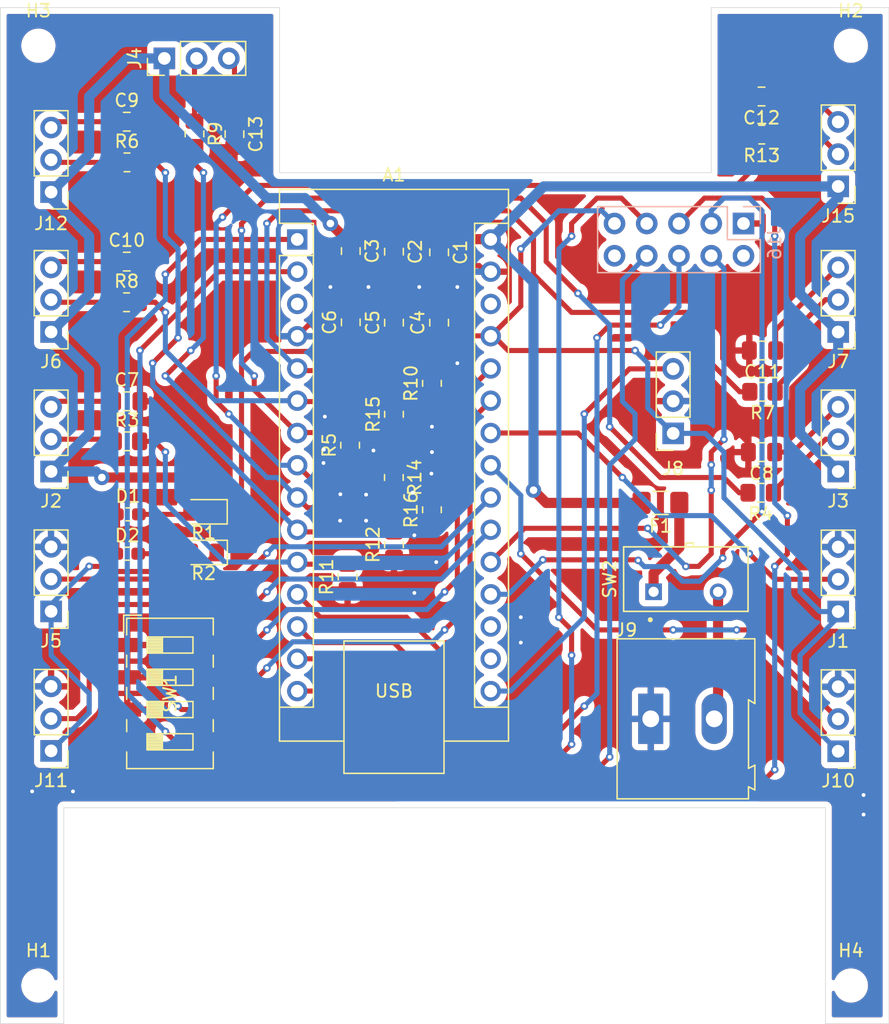
<source format=kicad_pcb>
(kicad_pcb (version 20240108) (generator "pcbnew") (generator_version "8.0")
  (layers (0 "F.Cu" signal) (31 "B.Cu" signal) (34 "B.Paste" user) (35 "F.Paste" user) (36 "B.SilkS" user "B.Silkscreen") (37 "F.SilkS" user "F.Silkscreen") (38 "B.Mask" user) (39 "F.Mask" user) (44 "Edge.Cuts" user))
  (net 0 "")
  (net 1 "DIST_CR_INT")
  (net 2 "ODIST_CR_INT")
  (net 3 "GND")
  (net 4 "ODIST_L_INT")
  (net 5 "ODIST_RM_INT")
  (net 6 "ODIST_C_INT")
  (net 7 "DIST_C_INT")
  (net 8 "DIST_LM_INT")
  (net 9 "ODIST_LM_INT")
  (net 10 "ODIST_CL_INT")
  (net 11 "DIST_RM_INT")
  (net 12 "DIST_CL_INT")
  (net 13 "ODIST_R_INT")
  (net 14 "DIST_R_INT")
  (net 15 "DIST_L_INT")
  (net 16 "Arduino5V")
  (net 17 "LB_INT")
  (net 18 "RF_INT")
  (net 19 "MDC2_1")
  (net 20 "MDC1_2")
  (net 22 "MDC1_1")
  (net 23 "PS4")
  (net 24 "PS2")
  (net 25 "RB_INT")
  (net 26 "LF_INT")
  (net 27 "MDC2_2")
  (net 28 "PS3")
  (net 31 "PS1")
  (net 32 "START_SIGNAL")
  (net 34 "ArduinoVIN")
  (net 35 "Net-(SW2-A)")
  (net 36 "Net-(D2-A)")
  (net 37 "Net-(D1-A)")
  (net 40 "Net-(J4-Pin_3)")
  (net 41 "Net-(J6-Pin_3)")
  (net 42 "Net-(J7-Pin_3)")
  (net 43 "Net-(J12-Pin_3)")
  (net 44 "Net-(J15-Pin_3)")
  (net 45 "Net-(J2-Pin_3)")
  (net 46 "Net-(J3-Pin_3)")
  (net 47 "Net-(J9-Pin_2)")
  (net 48 "MDC2PWM")
  (net 49 "MDC1PWM")
  (footprint "Resistor_SMD:R_0805_2012Metric_Pad1.20x1.40mm_HandSolder" (layer "F.Cu") (at 31.9775 32.1854)
    (property "Reference" "R6")
    (property "Value" "10k")
  )
  (footprint "Connector_PinHeader_2.54mm:PinHeader_1x03_P2.54mm_Vertical" (layer "F.Cu") (at 26 34.525 180)
    (property "Reference" "J12")
    (property "Value" "DIST_CL")
  )
  (footprint "Connector_PinHeader_2.54mm:PinHeader_1x03_P2.54mm_Vertical" (layer "F.Cu") (at 88 56.525 180)
    (property "Reference" "J3")
    (property "Value" "DIST_R")
  )
  (footprint "Capacitor_SMD:C_0603_1608Metric_Pad1.08x0.95mm_HandSolder" (layer "F.Cu") (at 32.0508 59.9012)
    (property "Reference" "D1")
    (property "Value" "GREEN")
  )
  (footprint "Resistor_SMD:R_0805_2012Metric_Pad1.20x1.40mm_HandSolder" (layer "F.Cu") (at 53.01 52.0216 90)
    (property "Reference" "R15")
    (property "Value" "6.8k")
  )
  (footprint "Connector_PinSocket_2.54mm:PinSocket_1x03_P2.54mm_Vertical" (layer "F.Cu") (at 75 53.525 180)
    (property "Reference" "J8")
    (property "Value" "START_M")
  )
  (footprint "Capacitor_SMD:C_0805_2012Metric_Pad1.18x1.45mm_HandSolder" (layer "F.Cu") (at 56.566 44.808 90)
    (property "Reference" "C4")
    (property "Value" "0.1uf")
  )
  (footprint "Resistor_SMD:R_0805_2012Metric_Pad1.20x1.40mm_HandSolder" (layer "F.Cu") (at 53 57 -90)
    (property "Reference" "R14")
    (property "Value" "6.8k")
  )
  (footprint "Connector_PinHeader_2.54mm:PinHeader_1x03_P2.54mm_Vertical" (layer "F.Cu") (at 26 56.525 180)
    (property "Reference" "J2")
    (property "Value" "DIST_L")
  )
  (footprint "Connector_PinHeader_2.54mm:PinHeader_1x03_P2.54mm_Vertical" (layer "F.Cu") (at 88 78.555 180)
    (property "Reference" "J10")
    (property "Value" "LINE_RB")
  )
  (footprint "Capacitor_SMD:C_0805_2012Metric_Pad1.18x1.45mm_HandSolder" (layer "F.Cu") (at 31.9625 28.985)
    (property "Reference" "C9")
    (property "Value" "0.1uf")
  )
  (footprint "Resistor_SMD:R_0805_2012Metric_Pad1.20x1.40mm_HandSolder" (layer "F.Cu") (at 31.9427 43.2004)
    (property "Reference" "R8")
    (property "Value" "10k")
  )
  (footprint "Connector_PinHeader_2.54mm:PinHeader_1x03_P2.54mm_Vertical" (layer "F.Cu") (at 26 45.54 180)
    (property "Reference" "J6")
    (property "Value" "DIST_LM")
  )
  (footprint "Fuse:Fuse_1206_3216Metric_Pad1.42x1.75mm_HandSolder" (layer "F.Cu") (at 74 59 180)
    (property "Reference" "F1")
    (property "Value" "15A")
  )
  (footprint "Capacitor_SMD:C_0805_2012Metric_Pad1.18x1.45mm_HandSolder" (layer "F.Cu") (at 49.6064 39.1692 -90)
    (property "Reference" "C3")
    (property "Value" "0.1uf")
  )
  (footprint "Resistor_SMD:R_0805_2012Metric_Pad1.20x1.40mm_HandSolder" (layer "F.Cu") (at 37.2954 29.9427 -90)
    (property "Reference" "R9")
    (property "Value" "10k")
  )
  (footprint "Resistor_SMD:R_0805_2012Metric_Pad1.20x1.40mm_HandSolder" (layer "F.Cu") (at 81.9768 30 180)
    (property "Reference" "R13")
    (property "Value" "10k")
  )
  (footprint "Resistor_SMD:R_0805_2012Metric_Pad1.20x1.40mm_HandSolder" (layer "F.Cu") (at 81.8984 58.2004 180)
    (property "Reference" "R4")
    (property "Value" "10k")
  )
  (footprint "Connector_PinHeader_2.54mm:PinHeader_1x03_P2.54mm_Vertical" (layer "F.Cu") (at 88 34.08 180)
    (property "Reference" "J15")
    (property "Value" "DIST_CR")
  )
  (footprint "Resistor_SMD:R_0805_2012Metric_Pad1.20x1.40mm_HandSolder" (layer "F.Cu") (at 49.5556 54.46 90)
    (property "Reference" "R5")
    (property "Value" "6.8k")
  )
  (footprint "Connector_PinHeader_2.54mm:PinHeader_1x03_P2.54mm_Vertical" (layer "F.Cu") (at 26 67.54 180)
    (property "Reference" "J5")
    (property "Value" "LINE_LF")
  )
  (footprint "MountingHole:MountingHole_2.2mm_M2_ISO7380" (layer "F.Cu") (at 25 97)
    (property "Reference" "H1")
    (property "Value" "MountingHole" (hide yes))
  )
  (footprint "Capacitor_SMD:C_0805_2012Metric_Pad1.18x1.45mm_HandSolder" (layer "F.Cu") (at 53.01 44.808 90)
    (property "Reference" "C5")
    (property "Value" "0.1uf")
  )
  (footprint "Resistor_SMD:R_0805_2012Metric_Pad1.20x1.40mm_HandSolder" (layer "F.Cu") (at 56 59.54 90)
    (property "Reference" "R16")
    (property "Value" "6.8k")
  )
  (footprint "Button_Switch_SMD:SW_DIP_SPSTx04_Slide_6.7x11.72mm_W6.73mm_P2.54mm_LowProfile_JPin" (layer "F.Cu") (at 35.365 74)
    (property "Reference" "SW1")
    (property "Value" "ProgSelect")
  )
  (footprint "Capacitor_SMD:C_0805_2012Metric_Pad1.18x1.45mm_HandSolder" (layer "F.Cu") (at 49.6064 44.7787 90)
    (property "Reference" "C6")
    (property "Value" "0.1uf")
  )
  (footprint "Capacitor_SMD:C_0805_2012Metric_Pad1.18x1.45mm_HandSolder" (layer "F.Cu") (at 81.9625 27 180)
    (property "Reference" "C12")
    (property "Value" "0.1uf")
  )
  (footprint "MountingHole:MountingHole_2.2mm_M2_ISO7380" (layer "F.Cu") (at 25 23)
    (property "Reference" "H3")
    (property "Value" "MountingHole" (hide yes))
  )
  (footprint "Resistor_SMD:R_0805_2012Metric_Pad1.20x1.40mm_HandSolder" (layer "F.Cu") (at 56 49.5832 90)
    (property "Reference" "R10")
    (property "Value" "6.8k")
  )
  (footprint "MountingHole:MountingHole_2.2mm_M2_ISO7380" (layer "F.Cu") (at 89 97)
    (property "Reference" "H4")
    (property "Value" "MountingHole" (hide yes))
  )
  (footprint "Connector_PinHeader_2.54mm:PinHeader_1x03_P2.54mm_Vertical" (layer "F.Cu") (at 26 78.525 180)
    (property "Reference" "J11")
    (property "Value" "LINE_LB")
  )
  (footprint "Resistor_SMD:R_0805_2012Metric_Pad1.20x1.40mm_HandSolder" (layer "F.Cu") (at 53.01 62.2832 90)
    (property "Reference" "R12")
    (property "Value" "6.8k")
  )
  (footprint "Resistor_SMD:R_0805_2012Metric_Pad1.20x1.40mm_HandSolder" (layer "F.Cu") (at 31.9775 54.1496)
    (property "Reference" "R3")
    (property "Value" "10k")
  )
  (footprint "Connector_PinHeader_2.54mm:PinHeader_1x03_P2.54mm_Vertical" (layer "F.Cu") (at 34.92 24 90)
    (property "Reference" "J4")
    (property "Value" "DIST_C")
  )
  (footprint "Module:Arduino_Nano" (layer "F.Cu") (at 45.39 38.2548)
    (property "Reference" "A1")
    (property "Value" "Arduino_Nano_Socket")
  )
  (footprint "Capacitor_SMD:C_0805_2012Metric_Pad1.18x1.45mm_HandSolder" (layer "F.Cu") (at 31.9625 40)
    (property "Reference" "C10")
    (property "Value" "0.1uf")
  )
  (footprint "TerminalBlock:TerminalBlock_Altech_AK300-2_P5.00mm" (layer "F.Cu") (at 73.235 76)
    (property "Reference" "J9")
    (property "Value" "Battery")
  )
  (footprint "Diode_SMD:D_0805_2012Metric_Pad1.15x1.40mm_HandSolder" (layer "F.Cu") (at 38.0222 62.9012 180)
    (property "Reference" "R2")
    (property "Value" "150")
  )
  (footprint "Capacitor_SMD:C_0805_2012Metric_Pad1.18x1.45mm_HandSolder" (layer "F.Cu") (at 56.566 39.2708 -90)
    (property "Reference" "C1")
    (property "Value" "0.1uf")
  )
  (footprint "Capacitor_SMD:C_0603_1608Metric_Pad1.08x0.95mm_HandSolder" (layer "F.Cu") (at 32 63)
    (property "Reference" "D2")
    (property "Value" "GREEN")
  )
  (footprint "Capacitor_SMD:C_0805_2012Metric_Pad1.18x1.45mm_HandSolder" (layer "F.Cu") (at 53.01 39.22 -90)
    (property "Reference" "C2")
    (property "Value" "0.1uf")
  )
  (footprint "Resistor_SMD:R_0805_2012Metric_Pad1.20x1.40mm_HandSolder" (layer "F.Cu") (at 82.0375 50.2512 180)
    (property "Reference" "R7")
    (property "Value" "10k")
  )
  (footprint "Diode_SMD:D_0805_2012Metric_Pad1.15x1.40mm_HandSolder" (layer "F.Cu") (at 38.0132 59.7008 180)
    (property "Reference" "R1")
    (property "Value" "500")
  )
  (footprint "Resistor_SMD:R_0805_2012Metric_Pad1.20x1.40mm_HandSolder" (layer "F.Cu") (at 49.3524 64.8232 90)
    (property "Reference" "R11")
    (property "Value" "6.8k")
  )
  (footprint "Connector_PinHeader_2.54mm:PinHeader_1x03_P2.54mm_Vertical" (layer "F.Cu") (at 88 45.54 180)
    (property "Reference" "J7")
    (property "Value" "DIST_RM")
  )
  (footprint "MountingHole:MountingHole_2.2mm_M2_ISO7380" (layer "F.Cu") (at 89 23)
    (property "Reference" "H2")
    (property "Value" "MountingHole" (hide yes))
  )
  (footprint "Capacitor_SMD:C_0805_2012Metric_Pad1.18x1.45mm_HandSolder" (layer "F.Cu") (at 40.445 29.9625 -90)
    (property "Reference" "C13")
    (property "Value" "0.1uf")
  )
  (footprint "Button_Switch_THT:SW_AS11CP" (layer "F.Cu") (at 76 65 90)
    (property "Reference" "SW2")
    (property "Value" "SW_SPST")
  )
  (footprint "Connector_PinHeader_2.54mm:PinHeader_1x03_P2.54mm_Vertical" (layer "F.Cu") (at 88 67.555 180)
    (property "Reference" "J1")
    (property "Value" "LINE_RF")
  )
  (footprint "Capacitor_SMD:C_0805_2012Metric_Pad1.18x1.45mm_HandSolder" (layer "F.Cu") (at 82.0375 47 180)
    (property "Reference" "C11")
    (property "Value" "0.1uf")
  )
  (footprint "Capacitor_SMD:C_0805_2012Metric_Pad1.18x1.45mm_HandSolder" (layer "F.Cu") (at 81.9625 55 180)
    (property "Reference" "C8")
    (property "Value" "0.1uf")
  )
  (footprint "Capacitor_SMD:C_0805_2012Metric_Pad1.18x1.45mm_HandSolder" (layer "F.Cu") (at 31.9625 51)
    (property "Reference" "C7")
    (property "Value" "0.1uf")
  )
  (footprint "Connector_PinSocket_2.54mm:PinSocket_2x05_P2.54mm_Vertical" (layer "B.Cu") (at 80.54 37 90)
    (property "Reference" "J16")
    (property "Value" "Conn_02x05_Odd_Even")
  )
  (gr_line (start 22 100) (end 22 20) (stroke (width 0.05)) (layer "Edge.Cuts"))
  (gr_line (start 78 33) (end 78 20) (stroke (width 0.05)) (layer "Edge.Cuts"))
  (gr_line (start 27 100) (end 27 83) (stroke (width 0.05)) (layer "Edge.Cuts"))
  (gr_line (start 92 20) (end 92 100) (stroke (width 0.05)) (layer "Edge.Cuts"))
  (gr_line (start 27 100) (end 22 100) (stroke (width 0.05)) (layer "Edge.Cuts"))
  (gr_line (start 22 20) (end 44 20) (stroke (width 0.05)) (layer "Edge.Cuts"))
  (gr_line (start 44 20) (end 44 33) (stroke (width 0.05)) (layer "Edge.Cuts"))
  (gr_line (start 87 100) (end 87 83) (stroke (width 0.05)) (layer "Edge.Cuts"))
  (gr_line (start 87 83) (end 27 83) (stroke (width 0.05)) (layer "Edge.Cuts"))
  (gr_line (start 78 20) (end 92 20) (stroke (width 0.05)) (layer "Edge.Cuts"))
  (gr_line (start 92 100) (end 87 100) (stroke (width 0.05)) (layer "Edge.Cuts"))
  (gr_line (start 44 33) (end 78 33) (stroke (width 0.05)) (layer "Edge.Cuts"))
  (segment (start 86.46 30) (end 88 31.54) (width 0.4) (layer "F.Cu") (net 1))
  (segment (start 82.9768 30) (end 86.46 30) (width 0.4) (layer "F.Cu") (net 1))
  (segment (start 39 51) (end 40 52) (width 0.4) (layer "F.Cu") (net 2))
  (segment (start 39 49) (end 39 51) (width 0.4) (layer "F.Cu") (net 2))
  (segment (start 42 34) (end 80 34) (width 0.4) (layer "F.Cu") (net 2))
  (segment (start 80.9768 31.013149) (end 80.9768 30) (width 0.4) (layer "F.Cu") (net 2))
  (segment (start 80 34) (end 81 33) (width 0.4) (layer "F.Cu") (net 2))
  (segment (start 81 33) (end 81 31.036349) (width 0.4) (layer "F.Cu") (net 2))
  (segment (start 52.3748 57.3748) (end 46.73 57.3748) (width 0.4) (layer "F.Cu") (net 2))
  (segment (start 81 31.036349) (end 80.9768 31.013149) (width 0.4) (layer "F.Cu") (net 2))
  (segment (start 39.5 36.5) (end 42 34) (width 0.4) (layer "F.Cu") (net 2))
  (segment (start 46.73 57.3748) (end 45.39 56.0348) (width 0.4) (layer "F.Cu") (net 2))
  (segment (start 53 58) (end 52.3748 57.3748) (width 0.4) (layer "F.Cu") (net 2))
  (via (at 40 52) (size 0.6) (drill 0.3) (layers "F.Cu" "B.Cu") (net 2))
  (via (at 39 49) (size 0.6) (drill 0.3) (layers "F.Cu" "B.Cu") (net 2))
  (via (at 39.5 36.5) (size 0.6) (drill 0.3) (layers "F.Cu" "B.Cu") (net 2))
  (segment (start 39.5 36.5) (end 39 37) (width 0.4) (layer "B.Cu") (net 2))
  (segment (start 39 37) (end 39 49) (width 0.4) (layer "B.Cu") (net 2))
  (segment (start 40 52) (end 44.0348 56.0348) (width 0.4) (layer "B.Cu") (net 2))
  (segment (start 44.0348 56.0348) (end 45.39 56.0348) (width 0.4) (layer "B.Cu") (net 2))
  (segment (start 40.1252 45.8748) (end 36 50) (width 0.4) (layer "F.Cu") (net 3))
  (segment (start 54.613232 61.558969) (end 56.054263 63) (width 0.4) (layer "F.Cu") (net 3))
  (segment (start 34 51) (end 33 51) (width 0.4) (layer "F.Cu") (net 3))
  (segment (start 80.925 55) (end 80.925 54.275) (width 0.4) (layer "F.Cu") (net 3))
  (segment (start 49.6572 40.2575) (end 49.6064 40.2067) (width 0.4) (layer "F.Cu") (net 3))
  (segment (start 56.338016 63.661983) (end 56.338016 63) (width 0.4) (layer "F.Cu") (net 3))
  (segment (start 56.054263 63) (end 56.338016 63) (width 0.4) (layer "F.Cu") (net 3))
  (segment (start 35 50) (end 34 51) (width 0.4) (layer "F.Cu") (net 3))
  (segment (start 54.615977 66.088704) (end 54.615977 65.384022) (width 0.4) (layer "F.Cu") (net 3))
  (segment (start 56.338016 60.878016) (end 56 60.54) (width 0.4) (layer "F.Cu") (net 3))
  (segment (start 59.7187 40.3083) (end 56.566 40.3083) (width 0.4) (layer "F.Cu") (net 3))
  (segment (start 56.338016 63) (end 56.338016 60.878016) (width 0.4) (layer "F.Cu") (net 3))
  (segment (start 46.2648 45) (end 47 45) (width 0.4) (layer "F.Cu") (net 3))
  (segment (start 53.01 43.7705) (end 56.566 43.7705) (width 0.4) (layer "F.Cu") (net 3))
  (segment (start 54.602066 61.547803) (end 54.602126 61.547863) (width 0.4) (layer "F.Cu") (net 3))
  (segment (start 60.7948 40.7948) (end 61 41) (width 0.4) (layer "F.Cu") (net 3))
  (segment (start 56.566 43.7705) (end 56.566 40.3083) (width 0.4) (layer "F.Cu") (net 3))
  (segment (start 54.615977 65.384022) (end 56.338016 63.661983) (width 0.4) (layer "F.Cu") (net 3))
  (segment (start 45.39 45.8748) (end 40.1252 45.8748) (width 0.4) (layer "F.Cu") (net 3))
  (segment (start 60.63 40.7948) (end 60.2052 40.7948) (width 0.4) (layer "F.Cu") (net 3))
  (segment (start 49.6064 40.2067) (end 49.6064 43.7412) (width 0.4) (layer "F.Cu") (net 3))
  (segment (start 53.01 40.2575) (end 49.6572 40.2575) (width 0.4) (layer "F.Cu") (net 3))
  (segment (start 53.0608 40.3083) (end 53.01 40.2575) (width 0.4) (layer "F.Cu") (net 3))
  (segment (start 49.6064 43.7412) (end 52.9807 43.7412) (width 0.4) (layer "F.Cu") (net 3))
  (segment (start 36 50) (end 35 50) (width 0.4) (layer "F.Cu") (net 3))
  (segment (start 47 45) (end 48.2588 43.7412) (width 0.4) (layer "F.Cu") (net 3))
  (segment (start 53.01 40.2575) (end 53.01 43.7705) (width 0.4) (layer "F.Cu") (net 3))
  (segment (start 54.602126 61.547863) (end 54.613232 61.547863) (width 0.4) (layer "F.Cu") (net 3))
  (segment (start 60.63 40.7948) (end 60.7948 40.7948) (width 0.4) (layer "F.Cu") (net 3))
  (segment (start 48.2588 43.7412) (end 49.6064 43.7412) (width 0.4) (layer "F.Cu") (net 3))
  (segment (start 56.566 40.3083) (end 53.0608 40.3083) (width 0.4) (layer "F.Cu") (net 3))
  (segment (start 60.2052 40.7948) (end 59.7187 40.3083) (width 0.4) (layer "F.Cu") (net 3))
  (segment (start 77.635 50.985) (end 75 50.985) (width 0.4) (layer "F.Cu") (net 3))
  (segment (start 54.613232 61.547863) (end 54.613232 61.558969) (width 0.4) (layer "F.Cu") (net 3))
  (segment (start 45.39 45.8748) (end 46.2648 45) (width 0.4) (layer "F.Cu") (net 3))
  (segment (start 80.925 54.275) (end 77.635 50.985) (width 0.4) (layer "F.Cu") (net 3))
  (segment (start 52.9807 43.7412) (end 53.01 43.7705) (width 0.4) (layer "F.Cu") (net 3))
  (via (at 54.48564 58.184428) (size 0.6) (drill 0.3) (layers "F.Cu" "B.Cu") (net 3))
  (via (at 90.002113 83.53896) (size 0.6) (drill 0.3) (layers "F.Cu" "B.Cu") (net 3))
  (via (at 51.391268 54.874169) (size 0.6) (drill 0.3) (layers "F.Cu" "B.Cu") (net 3))
  (via (at 48 42) (size 0.6) (drill 0.3) (layers "F.Cu" "B.Cu") (net 3))
  (via (at 55.960481 56.693012) (size 0.6) (drill 0.3) (layers "F.Cu" "B.Cu") (net 3))
  (via (at 27.723057 81.714582) (size 0.6) (drill 0.3) (layers "F.Cu" "B.Cu") (net 3))
  (via (at 63 68) (size 0.6) (drill 0.3) (layers "F.Cu" "B.Cu") (net 3))
  (via (at 54.615977 66.088704) (size 0.6) (drill 0.3) (layers "F.Cu" "B.Cu") (net 3))
  (via (at 51 42) (size 0.6) (drill 0.3) (layers "F.Cu" "B.Cu") (net 3))
  (via (at 58 42) (size 0.6) (drill 0.3) (layers "F.Cu" "B.Cu") (net 3))
  (via (at 58 48) (size 0.6) (drill 0.3) (layers "F.Cu" "B.Cu") (net 3))
  (via (at 47.457337 55.857652) (size 0.6) (drill 0.3) (layers "F.Cu" "B.Cu") (net 3))
  (via (at 90 82) (size 0.6) (drill 0.3) (layers "F.Cu" "B.Cu") (net 3))
  (via (at 48.766771 60.399426) (size 0.6) (drill 0.3) (layers "F.Cu" "B.Cu") (net 3))
  (via (at 50.813406 60.399426) (size 0.6) (drill 0.3) (layers "F.Cu" "B.Cu") (net 3))
  (via (at 56 55) (size 0.6) (drill 0.3) (layers "F.Cu" "B.Cu") (net 3))
  (via (at 50.815316 58.348723) (size 0.6) (drill 0.3) (layers "F.Cu" "B.Cu") (net 3))
  (via (at 56.338016 63.661983) (size 0.6) (drill 0.3) (layers "F.Cu" "B.Cu") (net 3))
  (via (at 63 70) (size 0.6) (drill 0.3) (layers "F.Cu" "B.Cu") (net 3))
  (via (at 55 42) (size 0.6) (drill 0.3) (layers "F.Cu" "B.Cu") (net 3))
  (via (at 56 53) (size 0.6) (drill 0.3) (layers "F.Cu" "B.Cu") (net 3))
  (via (at 47.562254 52.206011) (size 0.6) (drill 0.3) (layers "F.Cu" "B.Cu") (net 3))
  (via (at 47.481324 54.802207) (size 0.6) (drill 0.3) (layers "F.Cu" "B.Cu") (net 3))
  (via (at 54.613232 61.547863) (size 0.6) (drill 0.3) (layers "F.Cu" "B.Cu") (net 3))
  (via (at 24.507355 81.714582) (size 0.6) (drill 0.3) (layers "F.Cu" "B.Cu") (net 3))
  (via (at 48.786379 58.317021) (size 0.6) (drill 0.3) (layers "F.Cu" "B.Cu") (net 3))
  (segment (start 52.017161 61.547803) (end 54.602066 61.547803) (width 0.4) (layer "B.Cu") (net 3))
  (segment (start 47.457337 55.857652) (end 47.457337 56.987979) (width 0.4) (layer "B.Cu") (net 3))
  (segment (start 48.786379 58.317021) (end 52.017161 61.547803) (width 0.4) (layer "B.Cu") (net 3))
  (segment (start 47.457337 56.987979) (end 48.786379 58.317021) (width 0.4) (layer "B.Cu") (net 3))
  (segment (start 32.9775 54.1496) (end 34.1496 54.1496) (width 0.4) (layer "F.Cu") (net 4))
  (segment (start 34.1496 54.1496) (end 35 55) (width 0.4) (layer "F.Cu") (net 4))
  (segment (start 45.5584 63.8232) (end 45.39 63.6548) (width 0.4) (layer "F.Cu") (net 4))
  (segment (start 49.3524 63.8232) (end 45.5584 63.8232) (width 0.4) (layer "F.Cu") (net 4))
  (via (at 35 55) (size 0.6) (drill 0.3) (layers "F.Cu" "B.Cu") (net 4))
  (segment (start 35 55) (end 35 59) (width 0.4) (layer "B.Cu") (net 4))
  (segment (start 39.6548 63.6548) (end 45.39 63.6548) (width 0.4) (layer "B.Cu") (net 4))
  (segment (start 35 59) (end 39.6548 63.6548) (width 0.4) (layer "B.Cu") (net 4))
  (segment (start 76 44) (end 67 44) (width 0.4) (layer "F.Cu") (net 5))
  (segment (start 45.5584 48.5832) (end 45.39 48.4148) (width 0.4) (layer "F.Cu") (net 5))
  (segment (start 44 36) (end 43 37) (width 0.4) (layer "F.Cu") (net 5))
  (segment (start 78 48) (end 78 46) (width 0.4) (layer "F.Cu") (net 5))
  (segment (start 78 46) (end 76 44) (width 0.4) (layer "F.Cu") (net 5))
  (segment (start 56 48.5832) (end 45.5584 48.5832) (width 0.4) (layer "F.Cu") (net 5))
  (segment (start 64 41) (end 64 38) (width 0.4) (layer "F.Cu") (net 5))
  (segment (start 78 48) (end 80.2512 50.2512) (width 0.4) (layer "F.Cu") (net 5))
  (segment (start 64 41) (end 67 44) (width 0.4) (layer "F.Cu") (net 5))
  (segment (start 81.0375 50.2512) (end 80.2512 50.2512) (width 0.4) (layer "F.Cu") (net 5))
  (segment (start 64 38) (end 62 36) (width 0.4) (layer "F.Cu") (net 5))
  (segment (start 62 36) (end 44 36) (width 0.4) (layer "F.Cu") (net 5))
  (via (at 43 37) (size 0.6) (drill 0.3) (layers "F.Cu" "B.Cu") (net 5))
  (segment (start 43 46.0248) (end 45.39 48.4148) (width 0.4) (layer "B.Cu") (net 5))
  (segment (start 43 37) (end 43 46.0248) (width 0.4) (layer "B.Cu") (net 5))
  (segment (start 55.165201 59.374799) (end 46.189999 59.374799) (width 0.4) (layer "F.Cu") (net 6))
  (segment (start 37.2954 30.9427) (end 37.2954 32.2954) (width 0.4) (layer "F.Cu") (net 6))
  (segment (start 37.2954 32.2954) (end 38 33) (width 0.4) (layer "F.Cu") (net 6))
  (segment (start 56 58.54) (end 55.165201 59.374799) (width 0.4) (layer "F.Cu") (net 6))
  (segment (start 37 47) (end 35 49) (width 0.4) (layer "F.Cu") (net 6))
  (segment (start 46.189999 59.374799) (end 45.39 58.5748) (width 0.4) (layer "F.Cu") (net 6))
  (via (at 38 33) (size 0.6) (drill 0.3) (layers "F.Cu" "B.Cu") (net 6))
  (via (at 35 49) (size 0.6) (drill 0.3) (layers "F.Cu" "B.Cu") (net 6))
  (via (at 37 47) (size 0.6) (drill 0.3) (layers "F.Cu" "B.Cu") (net 6))
  (segment (start 35 49) (end 43 57) (width 0.4) (layer "B.Cu") (net 6))
  (segment (start 43 57) (end 43.8152 57) (width 0.4) (layer "B.Cu") (net 6))
  (segment (start 43.8152 57) (end 45.39 58.5748) (width 0.4) (layer "B.Cu") (net 6))
  (segment (start 38 46) (end 37 47) (width 0.4) (layer "B.Cu") (net 6))
  (segment (start 38 33) (end 38 46) (width 0.4) (layer "B.Cu") (net 6))
  (segment (start 37.2954 24.1646) (end 37.46 24) (width 0.4) (layer "F.Cu") (net 7))
  (segment (start 37.2954 28.9427) (end 37.2954 24.1646) (width 0.4) (layer "F.Cu") (net 7))
  (segment (start 30.9427 43.2004) (end 26.2004 43.2004) (width 0.4) (layer "F.Cu") (net 8))
  (segment (start 26.2004 43.2004) (end 26 43) (width 0.4) (layer "F.Cu") (net 8))
  (segment (start 34.2004 43.2004) (end 32.9427 43.2004) (width 0.4) (layer "F.Cu") (net 9))
  (segment (start 45.4568 51.0216) (end 45.39 50.9548) (width 0.4) (layer "F.Cu") (net 9))
  (segment (start 35 44) (end 34.2004 43.2004) (width 0.4) (layer "F.Cu") (net 9))
  (segment (start 53.01 51.0216) (end 45.4568 51.0216) (width 0.4) (layer "F.Cu") (net 9))
  (via (at 35 44) (size 0.6) (drill 0.3) (layers "F.Cu" "B.Cu") (net 9))
  (segment (start 38.9548 50.9548) (end 45.39 50.9548) (width 0.4) (layer "B.Cu") (net 9))
  (segment (start 35 47) (end 38.9548 50.9548) (width 0.4) (layer "B.Cu") (net 9))
  (segment (start 35 44) (end 35 47) (width 0.4) (layer "B.Cu") (net 9))
  (segment (start 34.1854 32.1854) (end 35 33) (width 0.4) (layer "F.Cu") (net 10))
  (segment (start 36 46) (end 34 48) (width 0.4) (layer "F.Cu") (net 10))
  (segment (start 53.01 61.2832) (end 45.5584 61.2832) (width 0.4) (layer "F.Cu") (net 10))
  (segment (start 32.9775 32.1854) (end 34.1854 32.1854) (width 0.4) (layer "F.Cu") (net 10))
  (segment (start 45.5584 61.2832) (end 45.39 61.1148) (width 0.4) (layer "F.Cu") (net 10))
  (via (at 35 33) (size 0.6) (drill 0.3) (layers "F.Cu" "B.Cu") (net 10))
  (via (at 36 46) (size 0.6) (drill 0.3) (layers "F.Cu" "B.Cu") (net 10))
  (via (at 34 48) (size 0.6) (drill 0.3) (layers "F.Cu" "B.Cu") (net 10))
  (segment (start 34 49.7248) (end 45.39 61.1148) (width 0.4) (layer "B.Cu") (net 10))
  (segment (start 35 38) (end 36 39) (width 0.4) (layer "B.Cu") (net 10))
  (segment (start 35 33) (end 35 38) (width 0.4) (layer "B.Cu") (net 10))
  (segment (start 34 48) (end 34 49.7248) (width 0.4) (layer "B.Cu") (net 10))
  (segment (start 36 39) (end 36 46) (width 0.4) (layer "B.Cu") (net 10))
  (segment (start 88 43) (end 87 43) (width 0.4) (layer "F.Cu") (net 11))
  (segment (start 83.0375 49.9625) (end 83.0375 50.2512) (width 0.4) (layer "F.Cu") (net 11))
  (segment (start 85 48) (end 83.0375 49.9625) (width 0.4) (layer "F.Cu") (net 11))
  (segment (start 87 43) (end 85 45) (width 0.4) (layer "F.Cu") (net 11))
  (segment (start 85 45) (end 85 48) (width 0.4) (layer "F.Cu") (net 11))
  (segment (start 26.2004 32.1854) (end 26 31.985) (width 0.4) (layer "F.Cu") (net 12))
  (segment (start 30.9775 32.1854) (end 26.2004 32.1854) (width 0.4) (layer "F.Cu") (net 12))
  (segment (start 41 37) (end 41 37.5548) (width 0.4) (layer "F.Cu") (net 13))
  (segment (start 80.8984 58.2004) (end 80.2004 58.2004) (width 0.4) (layer "F.Cu") (net 13))
  (segment (start 67.5 42.5) (end 65 40) (width 0.4) (layer "F.Cu") (net 13))
  (segment (start 63 35) (end 43 35) (width 0.4) (layer "F.Cu") (net 13))
  (segment (start 80.2004 58.2004) (end 79 57) (width 0.4) (layer "F.Cu") (net 13))
  (segment (start 43 35) (end 41 37) (width 0.4) (layer "F.Cu") (net 13))
  (segment (start 79 57) (end 74 57) (width 0.4) (layer "F.Cu") (net 13))
  (segment (start 42 50.1048) (end 45.39 53.4948) (width 0.4) (layer "F.Cu") (net 13))
  (segment (start 65 40) (end 65 37) (width 0.4) (layer "F.Cu") (net 13))
  (segment (start 45.4248 53.46) (end 45.39 53.4948) (width 0.4) (layer "F.Cu") (net 13))
  (segment (start 42 49) (end 42 50.1048) (width 0.4) (layer "F.Cu") (net 13))
  (segment (start 74 57) (end 70 53) (width 0.4) (layer "F.Cu") (net 13))
  (segment (start 49.5556 53.46) (end 45.4248 53.46) (width 0.4) (layer "F.Cu") (net 13))
  (segment (start 65 37) (end 63 35) (width 0.4) (layer "F.Cu") (net 13))
  (via (at 42 49) (size 0.6) (drill 0.3) (layers "F.Cu" "B.Cu") (net 13))
  (via (at 67.5 42.5) (size 0.6) (drill 0.3) (layers "F.Cu" "B.Cu") (net 13))
  (via (at 41 37.5548) (size 0.6) (drill 0.3) (layers "F.Cu" "B.Cu") (net 13))
  (via (at 70 53) (size 0.6) (drill 0.3) (layers "F.Cu" "B.Cu") (net 13))
  (segment (start 41 48) (end 42 49) (width 0.4) (layer "B.Cu") (net 13))
  (segment (start 41 37.5548) (end 41 48) (width 0.4) (layer "B.Cu") (net 13))
  (segment (start 67.5 42.5) (end 70 45) (width 0.4) (layer "B.Cu") (net 13))
  (segment (start 70 45) (end 70 53) (width 0.4) (layer "B.Cu") (net 13))
  (segment (start 82.8984 58.1016) (end 82.8984 58.2004) (width 0.4) (layer "F.Cu") (net 14))
  (segment (start 88 53.985) (end 87.015 53.985) (width 0.4) (layer "F.Cu") (net 14))
  (segment (start 87.015 53.985) (end 82.8984 58.1016) (width 0.4) (layer "F.Cu") (net 14))
  (segment (start 30.8129 53.985) (end 30.9775 54.1496) (width 0.4) (layer "F.Cu") (net 15))
  (segment (start 26 53.985) (end 30.8129 53.985) (width 0.4) (layer "F.Cu") (net 15))
  (segment (start 60.63 45.8748) (end 60.8748 45.8748) (width 0.4) (layer "F.Cu") (net 16))
  (segment (start 49.6064 45.8162) (end 52.9807 45.8162) (width 0.4) (layer "F.Cu") (net 16))
  (segment (start 60.63 45.8748) (end 63 43.5048) (width 0.4) (layer "F.Cu") (net 16))
  (segment (start 63 43.5048) (end 63 39) (width 0.4) (layer "F.Cu") (net 16))
  (segment (start 56.566 45.8455) (end 60.6007 45.8455) (width 0.4) (layer "F.Cu") (net 16))
  (segment (start 30.4 64.4) (end 37.5484 64.4) (width 0.4) (layer "F.Cu") (net 16))
  (segment (start 52.9807 45.8162) (end 53.01 45.8455) (width 0.4) (layer "F.Cu") (net 16))
  (segment (start 29 64) (end 30 64) (width 0.4) (layer "F.Cu") (net 16))
  (segment (start 41 60.9484) (end 41 48) (width 0.4) (layer "F.Cu") (net 16))
  (segment (start 62 47) (end 72 47) (width 0.4) (layer "F.Cu") (net 16))
  (segment (start 41.9252 47.0748) (end 48.3478 47.0748) (width 0.4) (layer "F.Cu") (net 16))
  (segment (start 60.6007 45.8455) (end 60.63 45.8748) (width 0.4) (layer "F.Cu") (net 16))
  (segment (start 48.3478 47.0748) (end 49.6064 45.8162) (width 0.4) (layer "F.Cu") (net 16))
  (segment (start 41 48) (end 41.9252 47.0748) (width 0.4) (layer "F.Cu") (net 16))
  (segment (start 39.0472 62.9012) (end 41 60.9484) (width 0.4) (layer "F.Cu") (net 16))
  (segment (start 60.8748 45.8748) (end 62 47) (width 0.4) (layer "F.Cu") (net 16))
  (segment (start 30 64) (end 30.4 64.4) (width 0.4) (layer "F.Cu") (net 16))
  (segment (start 56.566 45.8455) (end 53.01 45.8455) (width 0.4) (layer "F.Cu") (net 16))
  (segment (start 37.5484 64.4) (end 39.0472 62.9012) (width 0.4) (layer "F.Cu") (net 16))
  (via (at 29 64) (size 0.6) (drill 0.3) (layers "F.Cu" "B.Cu") (net 16))
  (via (at 63 39) (size 0.6) (drill 0.3) (layers "F.Cu" "B.Cu") (net 16))
  (via (at 72 47) (size 0.6) (drill 0.3) (layers "F.Cu" "B.Cu") (net 16))
  (segment (start 79 58.600463) (end 85 64.600463) (width 0.4) (layer "B.Cu") (net 16))
  (segment (start 29 74) (end 26 71) (width 0.4) (layer "B.Cu") (net 16))
  (segment (start 88 67.555) (end 88 68) (width 0.4) (layer "B.Cu") (net 16))
  (segment (start 73 51.525) (end 75 53.525) (width 0.4) (layer "B.Cu") (net 16))
  (segment (start 85 64.600463) (end 85 66) (width 0.4) (layer "B.Cu") (net 16))
  (segment (start 79 55) (end 79 58.600463) (width 0.4) (layer "B.Cu") (net 16))
  (segment (start 72 47) (end 73 48) (width 0.4) (layer "B.Cu") (net 16))
  (segment (start 77.525 53.525) (end 79 55) (width 0.4) (layer "B.Cu") (net 16))
  (segment (start 26 67) (end 29 64) (width 0.4) (layer "B.Cu") (net 16))
  (segment (start 69.38 36) (end 70.38 37) (width 0.4) (layer "B.Cu") (net 16))
  (segment (start 86.555 67.555) (end 88 67.555) (width 0.4) (layer "B.Cu") (net 16))
  (segment (start 63 39) (end 66 36) (width 0.4) (layer "B.Cu") (net 16))
  (segment (start 85 75.555) (end 88 78.555) (width 0.4) (layer "B.Cu") (net 16))
  (segment (start 85 66) (end 86.555 67.555) (width 0.4) (layer "B.Cu") (net 16))
  (segment (start 85 71) (end 85 75.555) (width 0.4) (layer "B.Cu") (net 16))
  (segment (start 66 36) (end 69.38 36) (width 0.4) (layer "B.Cu") (net 16))
  (segment (start 26 71) (end 26 67.54) (width 0.4) (layer "B.Cu") (net 16))
  (segment (start 29 75.525) (end 29 74) (width 0.4) (layer "B.Cu") (net 16))
  (segment (start 26 67.54) (end 26 67) (width 0.4) (layer "B.Cu") (net 16))
  (segment (start 75 53.525) (end 77.525 53.525) (width 0.4) (layer "B.Cu") (net 16))
  (segment (start 88 68) (end 85 71) (width 0.4) (layer "B.Cu") (net 16))
  (segment (start 26 78.525) (end 29 75.525) (width 0.4) (layer "B.Cu") (net 16))
  (segment (start 73 48) (end 73 51.525) (width 0.4) (layer "B.Cu") (net 16))
  (segment (start 26 75.985) (end 27.985 75.985) (width 0.4) (layer "F.Cu") (net 17))
  (segment (start 29 69) (end 31 67) (width 0.4) (layer "F.Cu") (net 17))
  (segment (start 42 67) (end 43 66) (width 0.4) (layer "F.Cu") (net 17))
  (segment (start 28 76) (end 29 75) (width 0.4) (layer "F.Cu") (net 17))
  (segment (start 27.985 75.985) (end 28 76) (width 0.4) (layer "F.Cu") (net 17))
  (segment (start 31 67) (end 42 67) (width 0.4) (layer "F.Cu") (net 17))
  (segment (start 29 75) (end 29 69) (width 0.4) (layer "F.Cu") (net 17))
  (via (at 43 66) (size 0.6) (drill 0.3) (layers "F.Cu" "B.Cu") (net 17))
  (segment (start 44.0052 64.9948) (end 56.75 64.9948) (width 0.4) (layer "B.Cu") (net 17))
  (segment (start 43 66) (end 44.0052 64.9948) (width 0.4) (layer "B.Cu") (net 17))
  (segment (start 56.75 64.9948) (end 60.63 61.1148) (width 0.4) (layer "B.Cu") (net 17))
  (segment (start 83.015 65.015) (end 88 65.015) (width 0.4) (layer "F.Cu") (net 18))
  (segment (start 67.4948 53.4948) (end 60.63 53.4948) (width 0.4) (layer "F.Cu") (net 18))
  (segment (start 81 63) (end 83.015 65.015) (width 0.4) (layer "F.Cu") (net 18))
  (segment (start 71 57) (end 67.4948 53.4948) (width 0.4) (layer "F.Cu") (net 18))
  (via (at 81 63) (size 0.6) (drill 0.3) (layers "F.Cu" "B.Cu") (net 18))
  (via (at 71 57) (size 0.6) (drill 0.3) (layers "F.Cu" "B.Cu") (net 18))
  (segment (start 81 63) (end 78 60) (width 0.4) (layer "B.Cu") (net 18))
  (segment (start 78 60) (end 74 60) (width 0.4) (layer "B.Cu") (net 18))
  (segment (start 74 60) (end 71 57) (width 0.4) (layer "B.Cu") (net 18))
  (segment (start 70 45) (end 74 45) (width 0.4) (layer "F.Cu") (net 19))
  (segment (start 58 76) (end 59 77) (width 0.4) (layer "F.Cu") (net 19))
  (segment (start 59 77) (end 66 77) (width 0.4) (layer "F.Cu") (net 19))
  (segment (start 58 72) (end 58 76) (width 0.4) (layer "F.Cu") (net 19))
  (segment (start 66 77) (end 68 75) (width 0.4) (layer "F.Cu") (net 19))
  (segment (start 69 46) (end 70 45) (width 0.4) (layer "F.Cu") (net 19))
  (segment (start 47.1952 68) (end 54 68) (width 0.4) (layer "F.Cu") (net 19))
  (segment (start 45.39 66.1948) (end 47.1952 68) (width 0.4) (layer "F.Cu") (net 19))
  (segment (start 54 68) (end 58 72) (width 0.4) (layer "F.Cu") (net 19))
  (via (at 68 75) (size 0.6) (drill 0.3) (layers "F.Cu" "B.Cu") (net 19))
  (via (at 69 46) (size 0.6) (drill 0.3) (layers "F.Cu" "B.Cu") (net 19))
  (via (at 74 45) (size 0.6) (drill 0.3) (layers "F.Cu" "B.Cu") (net 19))
  (segment (start 69 74) (end 69 46) (width 0.4) (layer "B.Cu") (net 19))
  (segment (start 74 45) (end 75.46 43.54) (width 0.4) (layer "B.Cu") (net 19))
  (segment (start 68 75) (end 69 74) (width 0.4) (layer "B.Cu") (net 19))
  (segment (start 75.46 43.54) (end 75.46 39.54) (width 0.4) (layer "B.Cu") (net 19))
  (segment (start 64.733545 63.483125) (end 72.202028 63.483125) (width 0.4) (layer "F.Cu") (net 20))
  (segment (start 78.904183 63.348917) (end 78.904183 62.781114) (width 0.4) (layer "F.Cu") (net 20))
  (segment (start 72.202028 63.483125) (end 72.244155 63.525252) (width 0.4) (layer "F.Cu") (net 20))
  (segment (start 78.904183 62.781114) (end 82 59.685297) (width 0.4) (layer "F.Cu") (net 20))
  (via (at 64.733545 63.483125) (size 0.6) (drill 0.3) (layers "F.Cu" "B.Cu") (net 20))
  (via (at 78.904183 63.348917) (size 0.6) (drill 0.3) (layers "F.Cu" "B.Cu") (net 20))
  (via (at 72.244155 63.525252) (size 0.6) (drill 0.3) (layers "F.Cu" "B.Cu") (net 20))
  (via (at 82 59.685297) (size 0.6) (drill 0.3) (layers "F.Cu" "B.Cu") (net 20))
  (segment (start 77.086578 65.166522) (end 78.904183 63.348917) (width 0.4) (layer "B.Cu") (net 20))
  (segment (start 75.730158 65.166522) (end 77.086578 65.166522) (width 0.4) (layer "B.Cu") (net 20))
  (segment (start 72.244155 63.525252) (end 72.732467 64.013564) (width 0.4) (layer "B.Cu") (net 20))
  (segment (start 74.5772 64.013564) (end 75.730158 65.166522) (width 0.4) (layer "B.Cu") (net 20))
  (segment (start 60.63 66.1948) (end 62.02187 66.1948) (width 0.4) (layer "B.Cu") (net 20))
  (segment (start 81 35) (end 82 36) (width 0.4) (layer "B.Cu") (net 20))
  (segment (start 72.732467 64.013564) (end 74.5772 64.013564) (width 0.4) (layer "B.Cu") (net 20))
  (segment (start 79 35) (end 81 35) (width 0.4) (layer "B.Cu") (net 20))
  (segment (start 82 36) (end 82 59.685297) (width 0.4) (layer "B.Cu") (net 20))
  (segment (start 62.02187 66.1948) (end 64.733545 63.483125) (width 0.4) (layer "B.Cu") (net 20))
  (segment (start 78 36) (end 79 35) (width 0.4) (layer "B.Cu") (net 20))
  (segment (start 78 37) (end 78 36) (width 0.4) (layer "B.Cu") (net 20))
  (segment (start 51 79) (end 54 82) (width 0.4) (layer "F.Cu") (net 22))
  (segment (start 83 36) (end 83 38) (width 0.4) (layer "F.Cu") (net 22))
  (segment (start 77.46 35) (end 75.46 37) (width 0.4) (layer "F.Cu") (net 22))
  (segment (start 82 35) (end 83 36) (width 0.4) (layer "F.Cu") (net 22))
  (segment (start 49.8148 73.8148) (end 51 75) (width 0.4) (layer "F.Cu") (net 22))
  (segment (start 54 82) (end 81 82) (width 0.4) (layer "F.Cu") (net 22))
  (segment (start 83 64) (end 84 63) (width 0.4) (layer "F.Cu") (net 22))
  (segment (start 81 82) (end 83 80) (width 0.4) (layer "F.Cu") (net 22))
  (segment (start 82 35) (end 77.46 35) (width 0.4) (layer "F.Cu") (net 22))
  (segment (start 84 63) (end 84 60) (width 0.4) (layer "F.Cu") (net 22))
  (segment (start 51 75) (end 51 79) (width 0.4) (layer "F.Cu") (net 22))
  (segment (start 45.39 73.8148) (end 49.8148 73.8148) (width 0.4) (layer "F.Cu") (net 22))
  (via (at 84 60) (size 0.6) (drill 0.3) (layers "F.Cu" "B.Cu") (net 22))
  (via (at 83 38) (size 0.6) (drill 0.3) (layers "F.Cu" "B.Cu") (net 22))
  (via (at 83 64) (size 0.6) (drill 0.3) (layers "F.Cu" "B.Cu") (net 22))
  (via (at 83 80) (size 0.6) (drill 0.3) (layers "F.Cu" "B.Cu") (net 22))
  (segment (start 83 38) (end 83 59) (width 0.4) (layer "B.Cu") (net 22))
  (segment (start 83 80) (end 83 64) (width 0.4) (layer "B.Cu") (net 22))
  (segment (start 83 59) (end 84 60) (width 0.4) (layer "B.Cu") (net 22))
  (segment (start 38.73 77.81) (end 35.81 77.81) (width 0.4) (layer "F.Cu") (net 23))
  (segment (start 35.81 77.81) (end 35 77) (width 0.4) (layer "F.Cu") (net 23))
  (segment (start 35 41) (end 37.7452 38.2548) (width 0.4) (layer "F.Cu") (net 23))
  (segment (start 37.7452 38.2548) (end 45.39 38.2548) (width 0.4) (layer "F.Cu") (net 23))
  (via (at 35 77) (size 0.6) (drill 0.3) (layers "F.Cu" "B.Cu") (net 23))
  (via (at 35 41) (size 0.6) (drill 0.3) (layers "F.Cu" "B.Cu") (net 23))
  (segment (start 35 77) (end 32 74) (width 0.4) (layer "B.Cu") (net 23))
  (segment (start 32 74) (end 32 46) (width 0.4) (layer "B.Cu") (net 23))
  (segment (start 35 43) (end 35 41) (width 0.4) (layer "B.Cu") (net 23))
  (segment (start 32 46) (end 35 43) (width 0.4) (layer "B.Cu") (net 23))
  (segment (start 38.73 72.73) (end 42.27 72.73) (width 0.4) (layer "F.Cu") (net 24))
  (segment (start 42.27 72.73) (end 43 72) (width 0.4) (layer "F.Cu") (net 24))
  (segment (start 59 52.5848) (end 60.63 50.9548) (width 0.4) (layer "F.Cu") (net 24))
  (segment (start 57 69) (end 59 67) (width 0.4) (layer "F.Cu") (net 24))
  (segment (start 59 67) (end 59 52.5848) (width 0.4) (layer "F.Cu") (net 24))
  (via (at 57 69) (size 0.6) (drill 0.3) (layers "F.Cu" "B.Cu") (net 24))
  (via (at 43 72) (size 0.6) (drill 0.3) (layers "F.Cu" "B.Cu") (net 24))
  (segment (start 43 71.967743) (end 43 72) (width 0.4) (layer "B.Cu") (net 24))
  (segment (start 56.0652 69.9348) (end 45.032943 69.9348) (width 0.4) (layer "B.Cu") (net 24))
  (segment (start 57 69) (end 56.0652 69.9348) (width 0.4) (layer "B.Cu") (net 24))
  (segment (start 45.032943 69.9348) (end 43 71.967743) (width 0.4) (layer "B.Cu") (net 24))
  (segment (start 75 69) (end 69 69) (width 0.4) (layer "F.Cu") (net 25))
  (segment (start 88 76.015) (end 80.985 69) (width 0.4) (layer "F.Cu") (net 25))
  (segment (start 69 69) (end 63 63) (width 0.4) (layer "F.Cu") (net 25))
  (segment (start 80.985 69) (end 80 69) (width 0.4) (layer "F.Cu") (net 25))
  (via (at 63 63) (size 0.6) (drill 0.3) (layers "F.Cu" "B.Cu") (net 25))
  (via (at 75 69) (size 0.6) (drill 0.3) (layers "F.Cu" "B.Cu") (net 25))
  (via (at 80 69) (size 0.6) (drill 0.3) (layers "F.Cu" "B.Cu") (net 25))
  (segment (start 63 63) (end 63 58.4048) (width 0.4) (layer "B.Cu") (net 25))
  (segment (start 80 69) (end 75 69) (width 0.4) (layer "B.Cu") (net 25))
  (segment (start 63 58.4048) (end 60.63 56.0348) (width 0.4) (layer "B.Cu") (net 25))
  (segment (start 26 65) (end 40.9548 65) (width 0.4) (layer "F.Cu") (net 26))
  (segment (start 40.9548 65) (end 43 62.9548) (width 0.4) (layer "F.Cu") (net 26))
  (via (at 43 62.9548) (size 0.6) (drill 0.3) (layers "F.Cu" "B.Cu") (net 26))
  (segment (start 56.75 62.4548) (end 60.63 58.5748) (width 0.4) (layer "B.Cu") (net 26))
  (segment (start 43.5 62.4548) (end 56.75 62.4548) (width 0.4) (layer "B.Cu") (net 26))
  (segment (start 43 62.9548) (end 43.5 62.4548) (width 0.4) (layer "B.Cu") (net 26))
  (segment (start 76 64) (end 77 64) (width 0.4) (layer "F.Cu") (net 27))
  (segment (start 78 55) (end 79 54) (width 0.4) (layer "F.Cu") (net 27))
  (segment (start 77 64) (end 78 63) (width 0.4) (layer "F.Cu") (net 27))
  (segment (start 78 63) (end 78 58) (width 0.4) (layer "F.Cu") (net 27))
  (segment (start 60.63 63.6548) (end 63.2848 61) (width 0.4) (layer "F.Cu") (net 27))
  (segment (start 63.2848 61) (end 73 61) (width 0.4) (layer "F.Cu") (net 27))
  (segment (start 78 56) (end 78 55) (width 0.4) (layer "F.Cu") (net 27))
  (via (at 79 54) (size 0.6) (drill 0.3) (layers "F.Cu" "B.Cu") (net 27))
  (via (at 73 61) (size 0.6) (drill 0.3) (layers "F.Cu" "B.Cu") (net 27))
  (via (at 78 58) (size 0.6) (drill 0.3) (layers "F.Cu" "B.Cu") (net 27))
  (via (at 78 56) (size 0.6) (drill 0.3) (layers "F.Cu" "B.Cu") (net 27))
  (via (at 76 64) (size 0.6) (drill 0.3) (layers "F.Cu" "B.Cu") (net 27))
  (segment (start 78 58) (end 78 56) (width 0.4) (layer "B.Cu") (net 27))
  (segment (start 79 54) (end 79 40.54) (width 0.4) (layer "B.Cu") (net 27))
  (segment (start 79 40.54) (end 78 39.54) (width 0.4) (layer "B.Cu") (net 27))
  (segment (start 73 61) (end 76 64) (width 0.4) (layer "B.Cu") (net 27))
  (segment (start 33 47) (end 39.2052 40.7948) (width 0.4) (layer "F.Cu") (net 28))
  (segment (start 39.2052 40.7948) (end 45.39 40.7948) (width 0.4) (layer "F.Cu") (net 28))
  (segment (start 36.27 75.27) (end 36 75) (width 0.4) (layer "F.Cu") (net 28))
  (segment (start 38.73 75.27) (end 36.27 75.27) (width 0.4) (layer "F.Cu") (net 28))
  (via (at 36 75) (size 0.6) (drill 0.3) (layers "F.Cu" "B.Cu") (net 28))
  (via (at 33 47) (size 0.6) (drill 0.3) (layers "F.Cu" "B.Cu") (net 28))
  (segment (start 33 72) (end 33 47) (width 0.4) (layer "B.Cu") (net 28))
  (segment (start 36 75) (end 33 72) (width 0.4) (layer "B.Cu") (net 28))
  (segment (start 58 65) (end 58 51.0448) (width 0.4) (layer "F.Cu") (net 31))
  (segment (start 38.73 70.19) (end 41.81 70.19) (width 0.4) (layer "F.Cu") (net 31))
  (segment (start 41.81 70.19) (end 43 69) (width 0.4) (layer "F.Cu") (net 31))
  (segment (start 57 66) (end 58 65) (width 0.4) (layer "F.Cu") (net 31))
  (segment (start 58 51.0448) (end 60.63 48.4148) (width 0.4) (layer "F.Cu") (net 31))
  (via (at 57 66) (size 0.6) (drill 0.3) (layers "F.Cu" "B.Cu") (net 31))
  (via (at 43 69) (size 0.6) (drill 0.3) (layers "F.Cu" "B.Cu") (net 31))
  (segment (start 43 69) (end 44.6052 67.3948) (width 0.4) (layer "B.Cu") (net 31))
  (segment (start 44.6052 67.3948) (end 55.6052 67.3948) (width 0.4) (layer "B.Cu") (net 31))
  (segment (start 55.6052 67.3948) (end 57 66) (width 0.4) (layer "B.Cu") (net 31))
  (segment (start 75 48.445) (end 71.555 48.445) (width 0.4) (layer "F.Cu") (net 32))
  (segment (start 71.555 48.445) (end 68 52) (width 0.4) (layer "F.Cu") (net 32))
  (via (at 68 52) (size 0.6) (drill 0.3) (layers "F.Cu" "B.Cu") (net 32))
  (segment (start 62.1852 73.8148) (end 60.63 73.8148) (width 0.4) (layer "B.Cu") (net 32))
  (segment (start 68 52) (end 68 68) (width 0.4) (layer "B.Cu") (net 32))
  (segment (start 68 68) (end 62.1852 73.8148) (width 0.4) (layer "B.Cu") (net 32))
  (segment (start 56.566 38.2333) (end 60.6085 38.2333) (width 0.8) (layer "F.Cu") (net 34))
  (segment (start 49.6064 38.1317) (end 49.1317 38.1317) (width 0.8) (layer "F.Cu") (net 34))
  (segment (start 72.5125 59) (end 65 59) (width 0.8) (layer "F.Cu") (net 34))
  (segment (start 52.9592 38.1317) (end 53.01 38.1825) (width 0.4) (layer "F.Cu") (net 34))
  (segment (start 49.1317 38.1317) (end 48 37) (width 0.8) (layer "F.Cu") (net 34))
  (segment (start 49.6064 38.1317) (end 52.9592 38.1317) (width 0.8) (layer "F.Cu") (net 34))
  (segment (start 30 57) (end 38 57) (width 0.8) (layer "F.Cu") (net 34))
  (segment (start 56.5152 38.1825) (end 56.566 38.2333) (width 0.4) (layer "F.Cu") (net 34))
  (segment (start 60.6085 38.2333) (end 60.63 38.2548) (width 0.4) (layer "F.Cu") (net 34))
  (segment (start 39.0382 58.0382) (end 39.0382 59.7008) (width 0.8) (layer "F.Cu") (net 34))
  (segment (start 53.01 38.1825) (end 56.5152 38.1825) (width 0.8) (layer "F.Cu") (net 34))
  (segment (start 65 59) (end 64 58) (width 0.8) (layer "F.Cu") (net 34))
  (segment (start 38 57) (end 39.0382 58.0382) (width 0.8) (layer "F.Cu") (net 34))
  (via (at 64 58) (size 1.2) (drill 0.6) (layers "F.Cu" "B.Cu") (net 34))
  (via (at 48 37) (size 1.2) (drill 0.6) (layers "F.Cu" "B.Cu") (net 34))
  (via (at 30 57) (size 1.2) (drill 0.6) (layers "F.Cu" "B.Cu") (net 34))
  (segment (start 26 56.525) (end 29.525 56.525) (width 0.8) (layer "B.Cu") (net 34))
  (segment (start 88 35) (end 85 38) (width 0.8) (layer "B.Cu") (net 34))
  (segment (start 29 48.54) (end 29 53.525) (width 0.8) (layer "B.Cu") (net 34))
  (segment (start 64.8048 34.08) (end 60.63 38.2548) (width 0.8) (layer "B.Cu") (net 34))
  (segment (start 34.92 26.92) (end 34.92 24) (width 0.8) (layer "B.Cu") (net 34))
  (segment (start 26 45.54) (end 29 48.54) (width 0.8) (layer "B.Cu") (net 34))
  (segment (start 29 27) (end 29 31.525) (width 0.8) (layer "B.Cu") (net 34))
  (segment (start 32 24) (end 29 27) (width 0.8) (layer "B.Cu") (net 34))
  (segment (start 85 38) (end 85 42.54) (width 0.8) (layer "B.Cu") (net 34))
  (segment (start 34.92 24) (end 32 24) (width 0.8) (layer "B.Cu") (net 34))
  (segment (start 26 34.525) (end 26 35) (width 0.8) (layer "B.Cu") (net 34))
  (segment (start 64 41.6248) (end 60.63 38.2548) (width 0.8) (layer "B.Cu") (net 34))
  (segment (start 29 42.54) (end 26 45.54) (width 0.8) (layer "B.Cu") (net 34))
  (segment (start 88 34.08) (end 88 35) (width 0.8) (layer "B.Cu") (net 34))
  (segment (start 85 50) (end 85 53.525) (width 0.8) (layer "B.Cu") (net 34))
  (segment (start 46 35) (end 43 35) (width 0.8) (layer "B.Cu") (net 34))
  (segment (start 29 38) (end 29 42.54) (width 0.8) (layer "B.Cu") (net 34))
  (segment (start 85 42.54) (end 88 45.54) (width 0.8) (layer "B.Cu") (net 34))
  (segment (start 64 58) (end 64 41.6248) (width 0.8) (layer "B.Cu") (net 34))
  (segment (start 88 47) (end 85 50) (width 0.8) (layer "B.Cu") (net 34))
  (segment (start 88 34.08) (end 64.8048 34.08) (width 0.8) (layer "B.Cu") (net 34))
  (segment (start 29 53.525) (end 26 56.525) (width 0.8) (layer "B.Cu") (net 34))
  (segment (start 29.525 56.525) (end 30 57) (width 0.8) (layer "B.Cu") (net 34))
  (segment (start 48 37) (end 46 35) (width 0.8) (layer "B.Cu") (net 34))
  (segment (start 43 35) (end 34.92 26.92) (width 0.8) (layer "B.Cu") (net 34))
  (segment (start 85 53.525) (end 88 56.525) (width 0.8) (layer "B.Cu") (net 34))
  (segment (start 88 45.54) (end 88 47) (width 0.8) (layer "B.Cu") (net 34))
  (segment (start 29 31.525) (end 26 34.525) (width 0.8) (layer "B.Cu") (net 34))
  (segment (start 26 35) (end 29 38) (width 0.8) (layer "B.Cu") (net 34))
  (segment (start 75.4875 62.5125) (end 75.4875 59) (width 0.8) (layer "F.Cu") (net 35))
  (segment (start 73.46 66) (end 73.46 64.54) (width 0.8) (layer "F.Cu") (net 35))
  (segment (start 73.46 64.54) (end 75.4875 62.5125) (width 0.8) (layer "F.Cu") (net 35))
  (segment (start 32.8625 63) (end 36.8984 63) (width 0.4) (layer "F.Cu") (net 36))
  (segment (start 36.8984 63) (end 36.9972 62.9012) (width 0.4) (layer "F.Cu") (net 36))
  (segment (start 36.7878 59.9012) (end 36.9882 59.7008) (width 0.4) (layer "F.Cu") (net 37))
  (segment (start 32.9133 59.9012) (end 36.7878 59.9012) (width 0.4) (layer "F.Cu") (net 37))
  (segment (start 40.445 24.445) (end 40 24) (width 0.4) (layer "F.Cu") (net 40))
  (segment (start 40.445 28.925) (end 40.445 24.445) (width 0.4) (layer "F.Cu") (net 40))
  (segment (start 30.925 40) (end 26.46 40) (width 0.4) (layer "F.Cu") (net 41))
  (segment (start 26.46 40) (end 26 40.46) (width 0.4) (layer "F.Cu") (net 41))
  (segment (start 83.075 45.385) (end 83.075 47) (width 0.4) (layer "F.Cu") (net 42))
  (segment (start 88 40.46) (end 83.075 45.385) (width 0.4) (layer "F.Cu") (net 42))
  (segment (start 26.46 28.985) (end 26 29.445) (width 0.4) (layer "F.Cu") (net 43))
  (segment (start 30.925 28.985) (end 26.46 28.985) (width 0.4) (layer "F.Cu") (net 43))
  (segment (start 83 27) (end 86 27) (width 0.4) (layer "F.Cu") (net 44))
  (segment (start 86 27) (end 88 29) (width 0.4) (layer "F.Cu") (net 44))
  (segment (start 30.925 51) (end 26.445 51) (width 0.4) (layer "F.Cu") (net 45))
  (segment (start 26.445 51) (end 26 51.445) (width 0.4) (layer "F.Cu") (net 45))
  (segment (start 83 55) (end 84.445 55) (width 0.4) (layer "F.Cu") (net 46))
  (segment (start 84.445 55) (end 88 51.445) (width 0.4) (layer "F.Cu") (net 46))
  (segment (start 78.54 75.695) (end 78.235 76) (width 0.4) (layer "F.Cu") (net 47))
  (segment (start 78.54 66) (end 78.54 75.695) (width 0.8) (layer "F.Cu") (net 47))
  (segment (start 45.39 71.2748) (end 51.2748 71.2748) (width 0.4) (layer "F.Cu") (net 48))
  (segment (start 68 81) (end 70 79) (width 0.4) (layer "F.Cu") (net 48))
  (segment (start 54 78) (end 57 81) (width 0.4) (layer "F.Cu") (net 48))
  (segment (start 51.2748 71.2748) (end 54 74) (width 0.4) (layer "F.Cu") (net 48))
  (segment (start 57 81) (end 68 81) (width 0.4) (layer "F.Cu") (net 48))
  (segment (start 54 74) (end 54 78) (width 0.4) (layer "F.Cu") (net 48))
  (via (at 70 79) (size 0.6) (drill 0.3) (layers "F.Cu" "B.Cu") (net 48))
  (segment (start 72 52) (end 71 51) (width 0.4) (layer "B.Cu") (net 48))
  (segment (start 72 54) (end 72 52) (width 0.4) (layer "B.Cu") (net 48))
  (segment (start 70 79) (end 70 56) (width 0.4) (layer "B.Cu") (net 48))
  (segment (start 70 56) (end 72 54) (width 0.4) (layer "B.Cu") (net 48))
  (segment (start 71 51) (end 71 41.46) (width 0.4) (layer "B.Cu") (net 48))
  (segment (start 71 41.46) (end 72.92 39.54) (width 0.4) (layer "B.Cu") (net 48))
  (segment (start 46.6552 70) (end 53 70) (width 0.4) (layer "F.Cu") (net 49))
  (segment (start 53 70) (end 56 73) (width 0.4) (layer "F.Cu") (net 49))
  (segment (start 69 35) (end 70.92 35) (width 0.4) (layer "F.Cu") (net 49))
  (segment (start 67 71) (end 67 69) (width 0.4) (layer "F.Cu") (net 49))
  (segment (start 67 37) (end 69 35) (width 0.4) (layer "F.Cu") (net 49))
  (segment (start 56 73) (end 56 77) (width 0.4) (layer "F.Cu") (net 49))
  (segment (start 45.39 68.7348) (end 46.6552 70) (width 0.4) (layer "F.Cu") (net 49))
  (segment (start 70.92 35) (end 72.92 37) (width 0.4) (layer "F.Cu") (net 49))
  (segment (start 66 79) (end 67 78) (width 0.4) (layer "F.Cu") (net 49))
  (segment (start 67 38) (end 67 37) (width 0.4) (layer "F.Cu") (net 49))
  (segment (start 58 79) (end 66 79) (width 0.4) (layer "F.Cu") (net 49))
  (segment (start 67 69) (end 66 68) (width 0.4) (layer "F.Cu") (net 49))
  (segment (start 56 77) (end 58 79) (width 0.4) (layer "F.Cu") (net 49))
  (via (at 67 71) (size 0.6) (drill 0.3) (layers "F.Cu" "B.Cu") (net 49))
  (via (at 66 68) (size 0.6) (drill 0.3) (layers "F.Cu" "B.Cu") (net 49))
  (via (at 67 38) (size 0.6) (drill 0.3) (layers "F.Cu" "B.Cu") (net 49))
  (via (at 67 78) (size 0.6) (drill 0.3) (layers "F.Cu" "B.Cu") (net 49))
  (segment (start 66 68) (end 66 39) (width 0.4) (layer "B.Cu") (net 49))
  (segment (start 66 39) (end 67 38) (width 0.4) (layer "B.Cu") (net 49))
  (segment (start 67 78) (end 67 71) (width 0.4) (layer "B.Cu") (net 49))
  (zone (net 3) (net_name "GND") (layers "F&B.Cu") (name "GND") (connect_pads (clearance 0.5)) (min_thickness 0.25) (fill yes (thermal_gap 0.5) (thermal_bridge_width 0.5))
    (polygon (pts (xy 22 20) (xy 44 20) (xy 44 33) (xy 78 33) (xy 78 20) (xy 92 20) (xy 92 100) (xy 87 100) (xy 87 83) (xy 27 83) (xy 27 100) (xy 22 100)))
  )
)
</source>
